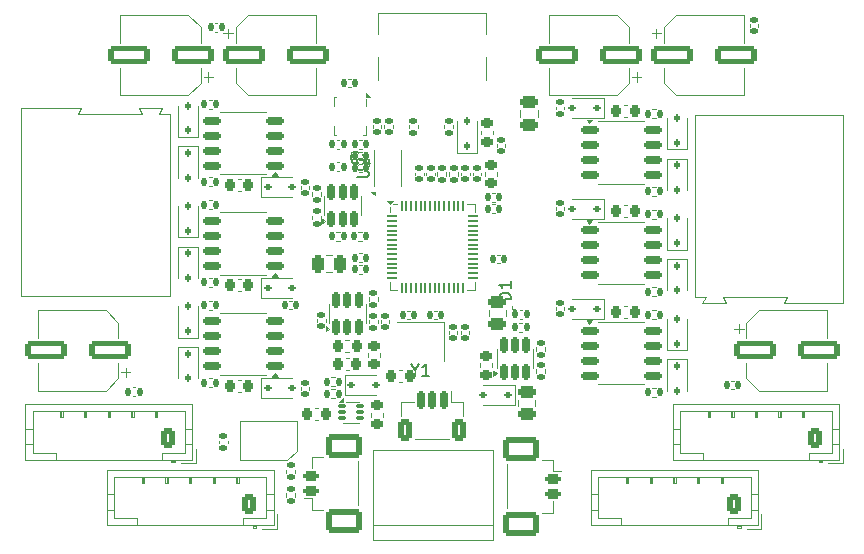
<source format=gbr>
%TF.GenerationSoftware,KiCad,Pcbnew,8.0.2*%
%TF.CreationDate,2024-05-05T14:41:11+02:00*%
%TF.ProjectId,motor_unicorn,6d6f746f-725f-4756-9e69-636f726e2e6b,rev?*%
%TF.SameCoordinates,Original*%
%TF.FileFunction,Legend,Top*%
%TF.FilePolarity,Positive*%
%FSLAX46Y46*%
G04 Gerber Fmt 4.6, Leading zero omitted, Abs format (unit mm)*
G04 Created by KiCad (PCBNEW 8.0.2) date 2024-05-05 14:41:11*
%MOMM*%
%LPD*%
G01*
G04 APERTURE LIST*
G04 Aperture macros list*
%AMRoundRect*
0 Rectangle with rounded corners*
0 $1 Rounding radius*
0 $2 $3 $4 $5 $6 $7 $8 $9 X,Y pos of 4 corners*
0 Add a 4 corners polygon primitive as box body*
4,1,4,$2,$3,$4,$5,$6,$7,$8,$9,$2,$3,0*
0 Add four circle primitives for the rounded corners*
1,1,$1+$1,$2,$3*
1,1,$1+$1,$4,$5*
1,1,$1+$1,$6,$7*
1,1,$1+$1,$8,$9*
0 Add four rect primitives between the rounded corners*
20,1,$1+$1,$2,$3,$4,$5,0*
20,1,$1+$1,$4,$5,$6,$7,0*
20,1,$1+$1,$6,$7,$8,$9,0*
20,1,$1+$1,$8,$9,$2,$3,0*%
G04 Aperture macros list end*
%ADD10C,0.150000*%
%ADD11C,0.120000*%
%ADD12C,0.100000*%
%ADD13R,1.400000X1.200000*%
%ADD14R,0.450000X0.450000*%
%ADD15R,0.300000X0.750000*%
%ADD16R,1.500000X1.300000*%
%ADD17RoundRect,0.140000X0.140000X0.170000X-0.140000X0.170000X-0.140000X-0.170000X0.140000X-0.170000X0*%
%ADD18RoundRect,0.112500X-0.187500X-0.112500X0.187500X-0.112500X0.187500X0.112500X-0.187500X0.112500X0*%
%ADD19RoundRect,0.250000X-0.250000X-0.475000X0.250000X-0.475000X0.250000X0.475000X-0.250000X0.475000X0*%
%ADD20RoundRect,0.250000X-0.475000X0.250000X-0.475000X-0.250000X0.475000X-0.250000X0.475000X0.250000X0*%
%ADD21RoundRect,0.250000X0.475000X-0.250000X0.475000X0.250000X-0.475000X0.250000X-0.475000X-0.250000X0*%
%ADD22C,3.600000*%
%ADD23C,5.600000*%
%ADD24RoundRect,0.250000X-1.500000X-0.550000X1.500000X-0.550000X1.500000X0.550000X-1.500000X0.550000X0*%
%ADD25RoundRect,0.112500X0.112500X-0.187500X0.112500X0.187500X-0.112500X0.187500X-0.112500X-0.187500X0*%
%ADD26RoundRect,0.140000X0.170000X-0.140000X0.170000X0.140000X-0.170000X0.140000X-0.170000X-0.140000X0*%
%ADD27RoundRect,0.112500X-0.112500X0.187500X-0.112500X-0.187500X0.112500X-0.187500X0.112500X0.187500X0*%
%ADD28RoundRect,0.140000X-0.140000X-0.170000X0.140000X-0.170000X0.140000X0.170000X-0.140000X0.170000X0*%
%ADD29RoundRect,0.150000X0.150000X-0.512500X0.150000X0.512500X-0.150000X0.512500X-0.150000X-0.512500X0*%
%ADD30R,0.840000X0.350000*%
%ADD31R,1.600000X2.400000*%
%ADD32RoundRect,0.135000X-0.185000X0.135000X-0.185000X-0.135000X0.185000X-0.135000X0.185000X0.135000X0*%
%ADD33R,0.250000X0.675000*%
%ADD34R,0.675000X0.250000*%
%ADD35RoundRect,0.225000X-0.225000X-0.250000X0.225000X-0.250000X0.225000X0.250000X-0.225000X0.250000X0*%
%ADD36RoundRect,0.140000X-0.170000X0.140000X-0.170000X-0.140000X0.170000X-0.140000X0.170000X0.140000X0*%
%ADD37RoundRect,0.135000X0.135000X0.185000X-0.135000X0.185000X-0.135000X-0.185000X0.135000X-0.185000X0*%
%ADD38RoundRect,0.135000X-0.135000X-0.185000X0.135000X-0.185000X0.135000X0.185000X-0.135000X0.185000X0*%
%ADD39RoundRect,0.112500X0.187500X0.112500X-0.187500X0.112500X-0.187500X-0.112500X0.187500X-0.112500X0*%
%ADD40RoundRect,0.218750X-0.256250X0.218750X-0.256250X-0.218750X0.256250X-0.218750X0.256250X0.218750X0*%
%ADD41C,0.650000*%
%ADD42R,0.300000X1.150000*%
%ADD43O,1.000000X2.100000*%
%ADD44O,1.000000X1.600000*%
%ADD45RoundRect,0.250000X1.500000X0.550000X-1.500000X0.550000X-1.500000X-0.550000X1.500000X-0.550000X0*%
%ADD46RoundRect,0.150000X-0.625000X-0.150000X0.625000X-0.150000X0.625000X0.150000X-0.625000X0.150000X0*%
%ADD47RoundRect,0.218750X-0.218750X-0.256250X0.218750X-0.256250X0.218750X0.256250X-0.218750X0.256250X0*%
%ADD48RoundRect,0.250000X0.350000X0.625000X-0.350000X0.625000X-0.350000X-0.625000X0.350000X-0.625000X0*%
%ADD49O,1.200000X1.750000*%
%ADD50RoundRect,0.200000X-0.450000X0.200000X-0.450000X-0.200000X0.450000X-0.200000X0.450000X0.200000X0*%
%ADD51RoundRect,0.250001X-1.249999X0.799999X-1.249999X-0.799999X1.249999X-0.799999X1.249999X0.799999X0*%
%ADD52RoundRect,0.225000X0.225000X0.250000X-0.225000X0.250000X-0.225000X-0.250000X0.225000X-0.250000X0*%
%ADD53RoundRect,0.085000X-0.265000X-0.085000X0.265000X-0.085000X0.265000X0.085000X-0.265000X0.085000X0*%
%ADD54R,3.960000X1.980000*%
%ADD55O,3.960000X1.980000*%
%ADD56RoundRect,0.150000X0.625000X0.150000X-0.625000X0.150000X-0.625000X-0.150000X0.625000X-0.150000X0*%
%ADD57RoundRect,0.225000X-0.250000X0.225000X-0.250000X-0.225000X0.250000X-0.225000X0.250000X0.225000X0*%
%ADD58RoundRect,0.200000X0.450000X-0.200000X0.450000X0.200000X-0.450000X0.200000X-0.450000X-0.200000X0*%
%ADD59RoundRect,0.250001X1.249999X-0.799999X1.249999X0.799999X-1.249999X0.799999X-1.249999X-0.799999X0*%
%ADD60RoundRect,0.050000X-0.387500X-0.050000X0.387500X-0.050000X0.387500X0.050000X-0.387500X0.050000X0*%
%ADD61RoundRect,0.050000X-0.050000X-0.387500X0.050000X-0.387500X0.050000X0.387500X-0.050000X0.387500X0*%
%ADD62R,3.200000X3.200000*%
%ADD63RoundRect,0.218750X0.256250X-0.218750X0.256250X0.218750X-0.256250X0.218750X-0.256250X-0.218750X0*%
%ADD64RoundRect,0.150000X0.150000X0.625000X-0.150000X0.625000X-0.150000X-0.625000X0.150000X-0.625000X0*%
%ADD65RoundRect,0.250000X0.350000X0.650000X-0.350000X0.650000X-0.350000X-0.650000X0.350000X-0.650000X0*%
%ADD66R,3.000000X3.000000*%
%ADD67C,3.000000*%
G04 APERTURE END LIST*
D10*
X-1476190Y-5428628D02*
X-1476190Y-5904819D01*
X-1809523Y-4904819D02*
X-1476190Y-5428628D01*
X-1476190Y-5428628D02*
X-1142857Y-4904819D01*
X-285714Y-5904819D02*
X-857142Y-5904819D01*
X-571428Y-5904819D02*
X-571428Y-4904819D01*
X-571428Y-4904819D02*
X-666666Y-5047676D01*
X-666666Y-5047676D02*
X-761904Y-5142914D01*
X-761904Y-5142914D02*
X-857142Y-5190533D01*
X6654819Y561905D02*
X5654819Y561905D01*
X5654819Y561905D02*
X5654819Y800000D01*
X5654819Y800000D02*
X5702438Y942857D01*
X5702438Y942857D02*
X5797676Y1038095D01*
X5797676Y1038095D02*
X5892914Y1085714D01*
X5892914Y1085714D02*
X6083390Y1133333D01*
X6083390Y1133333D02*
X6226247Y1133333D01*
X6226247Y1133333D02*
X6416723Y1085714D01*
X6416723Y1085714D02*
X6511961Y1038095D01*
X6511961Y1038095D02*
X6607200Y942857D01*
X6607200Y942857D02*
X6654819Y800000D01*
X6654819Y800000D02*
X6654819Y561905D01*
X6654819Y2085714D02*
X6654819Y1514286D01*
X6654819Y1800000D02*
X5654819Y1800000D01*
X5654819Y1800000D02*
X5797676Y1704762D01*
X5797676Y1704762D02*
X5892914Y1609524D01*
X5892914Y1609524D02*
X5940533Y1514286D01*
X-6395180Y10913095D02*
X-5585657Y10913095D01*
X-5585657Y10913095D02*
X-5490419Y10960714D01*
X-5490419Y10960714D02*
X-5442800Y11008333D01*
X-5442800Y11008333D02*
X-5395180Y11103571D01*
X-5395180Y11103571D02*
X-5395180Y11294047D01*
X-5395180Y11294047D02*
X-5442800Y11389285D01*
X-5442800Y11389285D02*
X-5490419Y11436904D01*
X-5490419Y11436904D02*
X-5585657Y11484523D01*
X-5585657Y11484523D02*
X-6395180Y11484523D01*
X-6299942Y11913095D02*
X-6347561Y11960714D01*
X-6347561Y11960714D02*
X-6395180Y12055952D01*
X-6395180Y12055952D02*
X-6395180Y12294047D01*
X-6395180Y12294047D02*
X-6347561Y12389285D01*
X-6347561Y12389285D02*
X-6299942Y12436904D01*
X-6299942Y12436904D02*
X-6204704Y12484523D01*
X-6204704Y12484523D02*
X-6109466Y12484523D01*
X-6109466Y12484523D02*
X-5966609Y12436904D01*
X-5966609Y12436904D02*
X-5395180Y11865476D01*
X-5395180Y11865476D02*
X-5395180Y12484523D01*
X-6266666Y12180419D02*
X-6314285Y12132800D01*
X-6314285Y12132800D02*
X-6457142Y12085180D01*
X-6457142Y12085180D02*
X-6552380Y12085180D01*
X-6552380Y12085180D02*
X-6695237Y12132800D01*
X-6695237Y12132800D02*
X-6790475Y12228038D01*
X-6790475Y12228038D02*
X-6838094Y12323276D01*
X-6838094Y12323276D02*
X-6885713Y12513752D01*
X-6885713Y12513752D02*
X-6885713Y12656609D01*
X-6885713Y12656609D02*
X-6838094Y12847085D01*
X-6838094Y12847085D02*
X-6790475Y12942323D01*
X-6790475Y12942323D02*
X-6695237Y13037561D01*
X-6695237Y13037561D02*
X-6552380Y13085180D01*
X-6552380Y13085180D02*
X-6457142Y13085180D01*
X-6457142Y13085180D02*
X-6314285Y13037561D01*
X-6314285Y13037561D02*
X-6266666Y12989942D01*
X-5314285Y12085180D02*
X-5885713Y12085180D01*
X-5599999Y12085180D02*
X-5599999Y13085180D01*
X-5599999Y13085180D02*
X-5695237Y12942323D01*
X-5695237Y12942323D02*
X-5790475Y12847085D01*
X-5790475Y12847085D02*
X-5885713Y12799466D01*
D11*
%TO.C,Y1*%
X1000000Y-4650000D02*
X1000000Y-1350000D01*
X1000000Y-1350000D02*
X-3000000Y-1350000D01*
%TO.C,D1*%
X6775000Y-225000D02*
X7025000Y-225000D01*
X6775000Y25000D02*
X6775000Y-225000D01*
%TO.C,U2*%
X-4910000Y10175000D02*
X-4910000Y13175000D01*
X-2690000Y10175000D02*
X-2690000Y13175000D01*
X-4890000Y9385000D02*
X-5170000Y9665000D01*
X-4890000Y9665000D01*
X-4890000Y9385000D01*
G36*
X-4890000Y9385000D02*
G01*
X-5170000Y9665000D01*
X-4890000Y9665000D01*
X-4890000Y9385000D01*
G37*
%TO.C,C1*%
X-5992164Y13340000D02*
X-6207836Y13340000D01*
X-5992164Y14060000D02*
X-6207836Y14060000D01*
%TO.C,D22*%
X-7410000Y-5850000D02*
X-7410000Y-7550000D01*
X-7410000Y-5850000D02*
X-4750000Y-5850000D01*
X-7410000Y-7550000D02*
X-4750000Y-7550000D01*
%TO.C,C47*%
X-9011252Y4335000D02*
X-8488748Y4335000D01*
X-9011252Y2865000D02*
X-8488748Y2865000D01*
%TO.C,C46*%
X8735000Y-7938748D02*
X8735000Y-8461252D01*
X7265000Y-7938748D02*
X7265000Y-8461252D01*
%TO.C,C45*%
X4765000Y-861252D02*
X4765000Y-338748D01*
X6235000Y-861252D02*
X6235000Y-338748D01*
%TO.C,C42*%
X7465000Y16038748D02*
X7465000Y16561252D01*
X8935000Y16038748D02*
X8935000Y16561252D01*
%TO.C,D5*%
X-14505001Y-6100000D02*
X-14505001Y-7800000D01*
X-14505001Y-6100000D02*
X-11845001Y-6100000D01*
X-14505001Y-7800000D02*
X-11845001Y-7800000D01*
%TO.C,C54*%
X18562500Y23097500D02*
X19350000Y23097500D01*
X18956250Y23491250D02*
X18956250Y22703750D01*
X19590000Y23595563D02*
X19590000Y22310000D01*
X19590000Y23595563D02*
X20654437Y24660000D01*
X19590000Y18904437D02*
X19590000Y20190000D01*
X19590000Y18904437D02*
X20654437Y17840000D01*
X20654437Y24660000D02*
X26410000Y24660000D01*
X20654437Y17840000D02*
X26410000Y17840000D01*
X26410000Y24660000D02*
X26410000Y22310000D01*
X26410000Y17840000D02*
X26410000Y20190000D01*
%TO.C,D16*%
X19845000Y-3735000D02*
X19845000Y-1075000D01*
X19845000Y-3735000D02*
X21545000Y-3735000D01*
X21545000Y-3735000D02*
X21545000Y-1075000D01*
%TO.C,C20*%
X3440000Y11092164D02*
X3440000Y11307836D01*
X4160000Y11092164D02*
X4160000Y11307836D01*
%TO.C,D17*%
X19845000Y-4515000D02*
X19845000Y-7175000D01*
X21545000Y-4515000D02*
X19845000Y-4515000D01*
X21545000Y-4515000D02*
X21545000Y-7175000D01*
%TO.C,C19*%
X2440000Y11092164D02*
X2440000Y11307836D01*
X3160000Y11092164D02*
X3160000Y11307836D01*
%TO.C,C30*%
X-8107836Y14060000D02*
X-7892164Y14060000D01*
X-8107836Y13340000D02*
X-7892164Y13340000D01*
%TO.C,C7*%
X7392164Y-340000D02*
X7607836Y-340000D01*
X7392164Y-1060000D02*
X7607836Y-1060000D01*
%TO.C,U31*%
X-8760000Y-600000D02*
X-8760000Y200000D01*
X-8760000Y-600000D02*
X-8760000Y-1400000D01*
X-5640000Y-600000D02*
X-5640000Y200000D01*
X-5640000Y-600000D02*
X-5640000Y-1400000D01*
X-8710000Y-1900000D02*
X-9040000Y-2140000D01*
X-9040000Y-1660000D01*
X-8710000Y-1900000D01*
G36*
X-8710000Y-1900000D02*
G01*
X-9040000Y-2140000D01*
X-9040000Y-1660000D01*
X-8710000Y-1900000D01*
G37*
%TO.C,U9*%
X-16320000Y-9750000D02*
X-11480000Y-9750000D01*
X-16320000Y-13050000D02*
X-16320000Y-9750000D01*
X-12280000Y-13050000D02*
X-16320000Y-13050000D01*
X-11480000Y-9750000D02*
X-11480000Y-12250000D01*
X-11480000Y-12250000D02*
X-12280000Y-13050000D01*
%TO.C,R34*%
X-10180000Y9663641D02*
X-10180000Y9356359D01*
X-9420000Y9663641D02*
X-9420000Y9356359D01*
%TO.C,C28*%
X-18407836Y23960000D02*
X-18192164Y23960000D01*
X-18407836Y23240000D02*
X-18192164Y23240000D01*
%TO.C,C34*%
X10435000Y-332836D02*
X10435000Y-117164D01*
X11155000Y-332836D02*
X11155000Y-117164D01*
D12*
%TO.C,U10*%
X-8350000Y17700000D02*
X-8350000Y16980000D01*
X-8350000Y17700000D02*
X-8130000Y17700000D01*
X-8350000Y14500000D02*
X-8350000Y15220000D01*
X-8130000Y14500000D02*
X-8350000Y14500000D01*
X-5650000Y17500000D02*
X-5650000Y16980000D01*
X-5650000Y15220000D02*
X-5650000Y14500000D01*
X-5650000Y14500000D02*
X-5870000Y14500000D01*
X-5290000Y17700000D02*
X-5650000Y17700000D01*
X-5650000Y18060000D01*
X-5290000Y17700000D01*
G36*
X-5290000Y17700000D02*
G01*
X-5650000Y17700000D01*
X-5650000Y18060000D01*
X-5290000Y17700000D01*
G37*
D11*
%TO.C,C16*%
X5092164Y8610000D02*
X5307836Y8610000D01*
X5092164Y7890000D02*
X5307836Y7890000D01*
%TO.C,R5*%
X410000Y11353641D02*
X410000Y11046359D01*
X1170000Y11353641D02*
X1170000Y11046359D01*
%TO.C,U17*%
X5440000Y-4400000D02*
X5440000Y-3600000D01*
X5440000Y-4400000D02*
X5440000Y-5200000D01*
X8560000Y-4400000D02*
X8560000Y-3600000D01*
X8560000Y-4400000D02*
X8560000Y-5200000D01*
X5490000Y-5700000D02*
X5160000Y-5940000D01*
X5160000Y-5460000D01*
X5490000Y-5700000D01*
G36*
X5490000Y-5700000D02*
G01*
X5160000Y-5940000D01*
X5160000Y-5460000D01*
X5490000Y-5700000D01*
G37*
%TO.C,C15*%
X-5992164Y3460000D02*
X-6207836Y3460000D01*
X-5992164Y2740000D02*
X-6207836Y2740000D01*
%TO.C,C33*%
X16204420Y17035000D02*
X16485580Y17035000D01*
X16204420Y16015000D02*
X16485580Y16015000D01*
%TO.C,C22*%
X-11155000Y-6867164D02*
X-11155000Y-7082836D01*
X-10435000Y-6867164D02*
X-10435000Y-7082836D01*
%TO.C,D3*%
X-21545000Y-3464999D02*
X-21545000Y-6124999D01*
X-19845000Y-3464999D02*
X-21545000Y-3464999D01*
X-19845000Y-3464999D02*
X-19845000Y-6124999D01*
%TO.C,R7*%
X-1980000Y15353641D02*
X-1980000Y15046359D01*
X-1220000Y15353641D02*
X-1220000Y15046359D01*
%TO.C,R29*%
X8795000Y-5356359D02*
X8795000Y-5663641D01*
X9555000Y-5356359D02*
X9555000Y-5663641D01*
%TO.C,D7*%
X-21545000Y13535001D02*
X-21545000Y10875001D01*
X-19845000Y13535001D02*
X-21545000Y13535001D01*
X-19845000Y13535001D02*
X-19845000Y10875001D01*
%TO.C,R4*%
X1420000Y11353641D02*
X1420000Y11046359D01*
X2180000Y11353641D02*
X2180000Y11046359D01*
%TO.C,C31*%
X-7107836Y19260000D02*
X-6892164Y19260000D01*
X-7107836Y18540000D02*
X-6892164Y18540000D01*
%TO.C,U30*%
X-9160000Y8500000D02*
X-9160000Y9300000D01*
X-9160000Y8500000D02*
X-9160000Y7700000D01*
X-6040000Y8500000D02*
X-6040000Y9300000D01*
X-6040000Y8500000D02*
X-6040000Y7700000D01*
X-9110000Y7200000D02*
X-9440000Y6960000D01*
X-9440000Y7440000D01*
X-9110000Y7200000D01*
G36*
X-9110000Y7200000D02*
G01*
X-9440000Y6960000D01*
X-9440000Y7440000D01*
X-9110000Y7200000D01*
G37*
%TO.C,R13*%
X-18641358Y8955000D02*
X-18948640Y8955000D01*
X-18641358Y8195000D02*
X-18948640Y8195000D01*
%TO.C,R20*%
X18641359Y-345000D02*
X18948641Y-345000D01*
X18641359Y-1105000D02*
X18948641Y-1105000D01*
%TO.C,D21*%
X6985000Y-6660000D02*
X4325000Y-6660000D01*
X6985000Y-8360000D02*
X4325000Y-8360000D01*
X6985000Y-8360000D02*
X6985000Y-6660000D01*
%TO.C,L2*%
X4015000Y-4847221D02*
X4015000Y-5172779D01*
X5035000Y-4847221D02*
X5035000Y-5172779D01*
%TO.C,R11*%
X-18641358Y17455000D02*
X-18948640Y17455000D01*
X-18641358Y16695000D02*
X-18948640Y16695000D01*
%TO.C,C37*%
X16204420Y8535000D02*
X16485580Y8535000D01*
X16204420Y7515000D02*
X16485580Y7515000D01*
%TO.C,C10*%
X-5992164Y12060000D02*
X-6207836Y12060000D01*
X-5992164Y11340000D02*
X-6207836Y11340000D01*
%TO.C,D18*%
X14505000Y9100000D02*
X11845000Y9100000D01*
X14505000Y7400000D02*
X11845000Y7400000D01*
X14505000Y7400000D02*
X14505000Y9100000D01*
%TO.C,C13*%
X-5992164Y4460000D02*
X-6207836Y4460000D01*
X-5992164Y3740000D02*
X-6207836Y3740000D01*
%TO.C,D14*%
X19845000Y12485000D02*
X19845000Y9825000D01*
X21545000Y12485000D02*
X19845000Y12485000D01*
X21545000Y12485000D02*
X21545000Y9825000D01*
%TO.C,J2*%
X-4580000Y24785000D02*
X4580000Y24785000D01*
X-4580000Y23080000D02*
X-4580000Y24785000D01*
X-4580000Y21070000D02*
X-4580000Y19150000D01*
X4580000Y24785000D02*
X4580000Y23080000D01*
X4580000Y19150000D02*
X4580000Y21070000D01*
%TO.C,C9*%
X-4360000Y-1407836D02*
X-4360000Y-1192164D01*
X-3640000Y-1407836D02*
X-3640000Y-1192164D01*
%TO.C,R2*%
X-8553641Y-6020000D02*
X-8246359Y-6020000D01*
X-8553641Y-6780000D02*
X-8246359Y-6780000D01*
%TO.C,R6*%
X1020000Y15353641D02*
X1020000Y15046359D01*
X1780000Y15353641D02*
X1780000Y15046359D01*
%TO.C,C3*%
X-1892164Y-390000D02*
X-2107836Y-390000D01*
X-1892164Y-1110000D02*
X-2107836Y-1110000D01*
%TO.C,D15*%
X14505000Y600000D02*
X11845000Y600000D01*
X14505000Y-1100000D02*
X11845000Y-1100000D01*
X14505000Y-1100000D02*
X14505000Y600000D01*
%TO.C,R18*%
X18641359Y16655000D02*
X18948641Y16655000D01*
X18641359Y15895000D02*
X18948641Y15895000D01*
%TO.C,C52*%
X-26410000Y24660000D02*
X-26410000Y22310000D01*
X-26410000Y17840000D02*
X-26410000Y20190000D01*
X-20654437Y24660000D02*
X-26410000Y24660000D01*
X-20654437Y17840000D02*
X-26410000Y17840000D01*
X-19590000Y23595563D02*
X-20654437Y24660000D01*
X-19590000Y23595563D02*
X-19590000Y22310000D01*
X-19590000Y18904437D02*
X-20654437Y17840000D01*
X-19590000Y18904437D02*
X-19590000Y20190000D01*
X-18956250Y19008750D02*
X-18956250Y19796250D01*
X-18562500Y19402500D02*
X-19350000Y19402500D01*
%TO.C,R10*%
X-18641359Y10905001D02*
X-18948641Y10905001D01*
X-18641359Y10145001D02*
X-18948641Y10145001D01*
%TO.C,U12*%
X16000000Y-1365000D02*
X14050000Y-1365000D01*
X16000000Y-1365000D02*
X17950000Y-1365000D01*
X16000000Y-6635000D02*
X14050000Y-6635000D01*
X16000000Y-6635000D02*
X17950000Y-6635000D01*
X13300000Y-1535000D02*
X13060000Y-1205000D01*
X13540000Y-1205000D01*
X13300000Y-1535000D01*
G36*
X13300000Y-1535000D02*
G01*
X13060000Y-1205000D01*
X13540000Y-1205000D01*
X13300000Y-1535000D01*
G37*
%TO.C,L3*%
X-7362779Y-2890000D02*
X-7037221Y-2890000D01*
X-7362779Y-3910000D02*
X-7037221Y-3910000D01*
%TO.C,J8*%
X20340000Y-8290000D02*
X20340000Y-13010000D01*
X20340000Y-10400000D02*
X20950000Y-10400000D01*
X20340000Y-11700000D02*
X20950000Y-11700000D01*
X20340000Y-13010000D02*
X34460000Y-13010000D01*
X20950000Y-8900000D02*
X20950000Y-12400000D01*
X20950000Y-12400000D02*
X22900000Y-12400000D01*
X22900000Y-12400000D02*
X22900000Y-13010000D01*
X23300000Y-9400000D02*
X23300000Y-8900000D01*
X23400000Y-8900000D02*
X23400000Y-9400000D01*
X23500000Y-8900000D02*
X23500000Y-9400000D01*
X23500000Y-9400000D02*
X23300000Y-9400000D01*
X25300000Y-9400000D02*
X25300000Y-8900000D01*
X25400000Y-8900000D02*
X25400000Y-9400000D01*
X25500000Y-8900000D02*
X25500000Y-9400000D01*
X25500000Y-9400000D02*
X25300000Y-9400000D01*
X27300000Y-9400000D02*
X27300000Y-8900000D01*
X27400000Y-8900000D02*
X27400000Y-9400000D01*
X27500000Y-8900000D02*
X27500000Y-9400000D01*
X27500000Y-9400000D02*
X27300000Y-9400000D01*
X29300000Y-9400000D02*
X29300000Y-8900000D01*
X29400000Y-8900000D02*
X29400000Y-9400000D01*
X29500000Y-8900000D02*
X29500000Y-9400000D01*
X29500000Y-9400000D02*
X29300000Y-9400000D01*
X31300000Y-9400000D02*
X31300000Y-8900000D01*
X31400000Y-8900000D02*
X31400000Y-9400000D01*
X31500000Y-8900000D02*
X31500000Y-9400000D01*
X31500000Y-9400000D02*
X31300000Y-9400000D01*
X31900000Y-12400000D02*
X33850000Y-12400000D01*
X31900000Y-13010000D02*
X31900000Y-12400000D01*
X32700000Y-13010000D02*
X32700000Y-13210000D01*
X32700000Y-13110000D02*
X33000000Y-13110000D01*
X32700000Y-13210000D02*
X33000000Y-13210000D01*
X33000000Y-13210000D02*
X33000000Y-13010000D01*
X33510000Y-13310000D02*
X34760000Y-13310000D01*
X33850000Y-8900000D02*
X20950000Y-8900000D01*
X33850000Y-12400000D02*
X33850000Y-8900000D01*
X34460000Y-8290000D02*
X20340000Y-8290000D01*
X34460000Y-10400000D02*
X33850000Y-10400000D01*
X34460000Y-11700000D02*
X33850000Y-11700000D01*
X34460000Y-13010000D02*
X34460000Y-8290000D01*
X34760000Y-13310000D02*
X34760000Y-12060000D01*
%TO.C,R19*%
X18641359Y10105000D02*
X18948641Y10105000D01*
X18641359Y9345000D02*
X18948641Y9345000D01*
%TO.C,C23*%
X-11155000Y10132836D02*
X-11155000Y9917164D01*
X-10435000Y10132836D02*
X-10435000Y9917164D01*
%TO.C,R8*%
X-18641359Y-6094999D02*
X-18948641Y-6094999D01*
X-18641359Y-6854999D02*
X-18948641Y-6854999D01*
%TO.C,C48*%
X-9760000Y-1092164D02*
X-9760000Y-1307836D01*
X-9040000Y-1092164D02*
X-9040000Y-1307836D01*
%TO.C,C38*%
X26890000Y23857836D02*
X26890000Y23642164D01*
X27610000Y23857836D02*
X27610000Y23642164D01*
%TO.C,C36*%
X10435000Y8167164D02*
X10435000Y8382836D01*
X11155000Y8167164D02*
X11155000Y8382836D01*
%TO.C,J3*%
X6290000Y-13385000D02*
X6290000Y-17115000D01*
X9260000Y-13015000D02*
X10210000Y-13015000D01*
X9260000Y-17485000D02*
X10210000Y-17485000D01*
X10210000Y-13015000D02*
X10210000Y-13965000D01*
X10210000Y-13965000D02*
X10900000Y-13965000D01*
X10210000Y-17485000D02*
X10210000Y-16535000D01*
%TO.C,U11*%
X16000000Y15635000D02*
X14050000Y15635000D01*
X16000000Y15635000D02*
X17950000Y15635000D01*
X16000000Y10365000D02*
X14050000Y10365000D01*
X16000000Y10365000D02*
X17950000Y10365000D01*
X13300000Y15465000D02*
X13060000Y15795000D01*
X13540000Y15795000D01*
X13300000Y15465000D01*
G36*
X13300000Y15465000D02*
G01*
X13060000Y15795000D01*
X13540000Y15795000D01*
X13300000Y15465000D01*
G37*
%TO.C,C26*%
X-16204420Y2285000D02*
X-16485580Y2285000D01*
X-16204420Y1265000D02*
X-16485580Y1265000D01*
%TO.C,J9*%
X-27560000Y-13840000D02*
X-27560000Y-18560000D01*
X-27560000Y-15950000D02*
X-26950000Y-15950000D01*
X-27560000Y-17250000D02*
X-26950000Y-17250000D01*
X-27560000Y-18560000D02*
X-13440000Y-18560000D01*
X-26950000Y-14450000D02*
X-26950000Y-17950000D01*
X-26950000Y-17950000D02*
X-25000000Y-17950000D01*
X-25000000Y-17950000D02*
X-25000000Y-18560000D01*
X-24600000Y-14950000D02*
X-24600000Y-14450000D01*
X-24500000Y-14450000D02*
X-24500000Y-14950000D01*
X-24400000Y-14450000D02*
X-24400000Y-14950000D01*
X-24400000Y-14950000D02*
X-24600000Y-14950000D01*
X-22600000Y-14950000D02*
X-22600000Y-14450000D01*
X-22500000Y-14450000D02*
X-22500000Y-14950000D01*
X-22400000Y-14450000D02*
X-22400000Y-14950000D01*
X-22400000Y-14950000D02*
X-22600000Y-14950000D01*
X-20600000Y-14950000D02*
X-20600000Y-14450000D01*
X-20500000Y-14450000D02*
X-20500000Y-14950000D01*
X-20400000Y-14450000D02*
X-20400000Y-14950000D01*
X-20400000Y-14950000D02*
X-20600000Y-14950000D01*
X-18600000Y-14950000D02*
X-18600000Y-14450000D01*
X-18500000Y-14450000D02*
X-18500000Y-14950000D01*
X-18400000Y-14450000D02*
X-18400000Y-14950000D01*
X-18400000Y-14950000D02*
X-18600000Y-14950000D01*
X-16600000Y-14950000D02*
X-16600000Y-14450000D01*
X-16500000Y-14450000D02*
X-16500000Y-14950000D01*
X-16400000Y-14450000D02*
X-16400000Y-14950000D01*
X-16400000Y-14950000D02*
X-16600000Y-14950000D01*
X-16000000Y-17950000D02*
X-14050000Y-17950000D01*
X-16000000Y-18560000D02*
X-16000000Y-17950000D01*
X-15200000Y-18560000D02*
X-15200000Y-18760000D01*
X-15200000Y-18660000D02*
X-14900000Y-18660000D01*
X-15200000Y-18760000D02*
X-14900000Y-18760000D01*
X-14900000Y-18760000D02*
X-14900000Y-18560000D01*
X-14390000Y-18860000D02*
X-13140000Y-18860000D01*
X-14050000Y-14450000D02*
X-26950000Y-14450000D01*
X-14050000Y-17950000D02*
X-14050000Y-14450000D01*
X-13440000Y-13840000D02*
X-27560000Y-13840000D01*
X-13440000Y-15950000D02*
X-14050000Y-15950000D01*
X-13440000Y-17250000D02*
X-14050000Y-17250000D01*
X-13440000Y-18560000D02*
X-13440000Y-13840000D01*
X-13140000Y-18860000D02*
X-13140000Y-17610000D01*
%TO.C,C2*%
X-9659420Y-8590000D02*
X-9940580Y-8590000D01*
X-9659420Y-9610000D02*
X-9940580Y-9610000D01*
%TO.C,U1*%
X-6250000Y-8100000D02*
X-7350000Y-8100000D01*
X-6250000Y-9900000D02*
X-7550000Y-9900000D01*
X-7600000Y-8100000D02*
X-7880000Y-8100000D01*
X-7600000Y-7820000D01*
X-7600000Y-8100000D01*
G36*
X-7600000Y-8100000D02*
G01*
X-7880000Y-8100000D01*
X-7600000Y-7820000D01*
X-7600000Y-8100000D01*
G37*
%TO.C,R33*%
X-10180000Y7653641D02*
X-10180000Y7346359D01*
X-9420000Y7653641D02*
X-9420000Y7346359D01*
%TO.C,D2*%
X2050000Y12990000D02*
X2050000Y15650000D01*
X2050000Y12990000D02*
X3750000Y12990000D01*
X3750000Y12990000D02*
X3750000Y15650000D01*
%TO.C,D9*%
X-14505001Y2400000D02*
X-14505001Y700000D01*
X-14505001Y2400000D02*
X-11845001Y2400000D01*
X-14505001Y700000D02*
X-11845001Y700000D01*
%TO.C,C53*%
X25562500Y-1902500D02*
X26350000Y-1902500D01*
X25956250Y-1508750D02*
X25956250Y-2296250D01*
X26590000Y-1404437D02*
X26590000Y-2690000D01*
X26590000Y-1404437D02*
X27654437Y-340000D01*
X26590000Y-6095563D02*
X26590000Y-4810000D01*
X26590000Y-6095563D02*
X27654437Y-7160000D01*
X27654437Y-340000D02*
X33410000Y-340000D01*
X27654437Y-7160000D02*
X33410000Y-7160000D01*
X33410000Y-340000D02*
X33410000Y-2690000D01*
X33410000Y-7160000D02*
X33410000Y-4810000D01*
%TO.C,R23*%
X18641359Y1605000D02*
X18948641Y1605000D01*
X18641359Y845000D02*
X18948641Y845000D01*
%TO.C,C8*%
X2390000Y-2142164D02*
X2390000Y-2357836D01*
X3110000Y-2142164D02*
X3110000Y-2357836D01*
%TO.C,J5*%
X-34800000Y16750000D02*
X-34800000Y850000D01*
X-34800000Y850000D02*
X-22200000Y850000D01*
X-30000000Y16250000D02*
X-29750000Y16750000D01*
X-29750000Y16750000D02*
X-34800000Y16750000D01*
X-24850000Y16750000D02*
X-24600000Y16250000D01*
X-24600000Y16250000D02*
X-30000000Y16250000D01*
X-23150000Y16250000D02*
X-22850000Y16750000D01*
X-22850000Y16750000D02*
X-24850000Y16750000D01*
X-22200000Y16250000D02*
X-23150000Y16250000D01*
X-22200000Y850000D02*
X-22200000Y16250000D01*
%TO.C,R21*%
X18641359Y-6895000D02*
X18948641Y-6895000D01*
X18641359Y-7655000D02*
X18948641Y-7655000D01*
%TO.C,C6*%
X-2840580Y-5390000D02*
X-2559420Y-5390000D01*
X-2840580Y-6410000D02*
X-2559420Y-6410000D01*
%TO.C,C41*%
X-4060000Y15092164D02*
X-4060000Y15307836D01*
X-3340000Y15092164D02*
X-3340000Y15307836D01*
%TO.C,C25*%
X-12107836Y-260000D02*
X-11892164Y-260000D01*
X-12107836Y460000D02*
X-11892164Y460000D01*
%TO.C,R22*%
X18641359Y8155000D02*
X18948641Y8155000D01*
X18641359Y7395000D02*
X18948641Y7395000D01*
%TO.C,FB1*%
X4490000Y11362779D02*
X4490000Y11037221D01*
X5510000Y11362779D02*
X5510000Y11037221D01*
%TO.C,C14*%
X5492164Y4360000D02*
X5707836Y4360000D01*
X5492164Y3640000D02*
X5707836Y3640000D01*
%TO.C,R9*%
X-18641358Y455000D02*
X-18948640Y455000D01*
X-18641358Y-305000D02*
X-18948640Y-305000D01*
%TO.C,U6*%
X-16000000Y7935000D02*
X-17950000Y7935000D01*
X-16000000Y7935000D02*
X-14050000Y7935000D01*
X-16000000Y2665000D02*
X-17950000Y2665000D01*
X-16000000Y2665000D02*
X-14050000Y2665000D01*
X-13060000Y2505000D02*
X-13540000Y2505000D01*
X-13300000Y2835000D01*
X-13060000Y2505000D01*
G36*
X-13060000Y2505000D02*
G01*
X-13540000Y2505000D01*
X-13300000Y2835000D01*
X-13060000Y2505000D01*
G37*
%TO.C,J7*%
X13440000Y-13840000D02*
X13440000Y-18560000D01*
X13440000Y-15950000D02*
X14050000Y-15950000D01*
X13440000Y-17250000D02*
X14050000Y-17250000D01*
X13440000Y-18560000D02*
X27560000Y-18560000D01*
X14050000Y-14450000D02*
X14050000Y-17950000D01*
X14050000Y-17950000D02*
X16000000Y-17950000D01*
X16000000Y-17950000D02*
X16000000Y-18560000D01*
X16400000Y-14950000D02*
X16400000Y-14450000D01*
X16500000Y-14450000D02*
X16500000Y-14950000D01*
X16600000Y-14450000D02*
X16600000Y-14950000D01*
X16600000Y-14950000D02*
X16400000Y-14950000D01*
X18400000Y-14950000D02*
X18400000Y-14450000D01*
X18500000Y-14450000D02*
X18500000Y-14950000D01*
X18600000Y-14450000D02*
X18600000Y-14950000D01*
X18600000Y-14950000D02*
X18400000Y-14950000D01*
X20400000Y-14950000D02*
X20400000Y-14450000D01*
X20500000Y-14450000D02*
X20500000Y-14950000D01*
X20600000Y-14450000D02*
X20600000Y-14950000D01*
X20600000Y-14950000D02*
X20400000Y-14950000D01*
X22400000Y-14950000D02*
X22400000Y-14450000D01*
X22500000Y-14450000D02*
X22500000Y-14950000D01*
X22600000Y-14450000D02*
X22600000Y-14950000D01*
X22600000Y-14950000D02*
X22400000Y-14950000D01*
X24400000Y-14950000D02*
X24400000Y-14450000D01*
X24500000Y-14450000D02*
X24500000Y-14950000D01*
X24600000Y-14450000D02*
X24600000Y-14950000D01*
X24600000Y-14950000D02*
X24400000Y-14950000D01*
X25000000Y-17950000D02*
X26950000Y-17950000D01*
X25000000Y-18560000D02*
X25000000Y-17950000D01*
X25800000Y-18560000D02*
X25800000Y-18760000D01*
X25800000Y-18660000D02*
X26100000Y-18660000D01*
X25800000Y-18760000D02*
X26100000Y-18760000D01*
X26100000Y-18760000D02*
X26100000Y-18560000D01*
X26610000Y-18860000D02*
X27860000Y-18860000D01*
X26950000Y-14450000D02*
X14050000Y-14450000D01*
X26950000Y-17950000D02*
X26950000Y-14450000D01*
X27560000Y-13840000D02*
X13440000Y-13840000D01*
X27560000Y-15950000D02*
X26950000Y-15950000D01*
X27560000Y-17250000D02*
X26950000Y-17250000D01*
X27560000Y-18560000D02*
X27560000Y-13840000D01*
X27860000Y-18860000D02*
X27860000Y-17610000D01*
%TO.C,C18*%
X5092164Y9560000D02*
X5307836Y9560000D01*
X5092164Y8840000D02*
X5307836Y8840000D01*
%TO.C,C44*%
X4090000Y14840580D02*
X4090000Y14559420D01*
X5110000Y14840580D02*
X5110000Y14559420D01*
%TO.C,C57*%
X-33410000Y-340000D02*
X-33410000Y-2690000D01*
X-33410000Y-7160000D02*
X-33410000Y-4810000D01*
X-27654437Y-340000D02*
X-33410000Y-340000D01*
X-27654437Y-7160000D02*
X-33410000Y-7160000D01*
X-26590000Y-1404437D02*
X-27654437Y-340000D01*
X-26590000Y-1404437D02*
X-26590000Y-2690000D01*
X-26590000Y-6095563D02*
X-27654437Y-7160000D01*
X-26590000Y-6095563D02*
X-26590000Y-4810000D01*
X-25956250Y-5991250D02*
X-25956250Y-5203750D01*
X-25562500Y-5597500D02*
X-26350000Y-5597500D01*
%TO.C,C51*%
X-7892164Y12160000D02*
X-8107836Y12160000D01*
X-7892164Y11440000D02*
X-8107836Y11440000D01*
%TO.C,C32*%
X10435000Y16667164D02*
X10435000Y16882836D01*
X11155000Y16667164D02*
X11155000Y16882836D01*
%TO.C,C29*%
X-18060000Y-11607836D02*
X-18060000Y-11392164D01*
X-17340000Y-11607836D02*
X-17340000Y-11392164D01*
%TO.C,D4*%
X-21545000Y-2685000D02*
X-21545000Y-25000D01*
X-21545000Y-2685000D02*
X-19845000Y-2685000D01*
X-19845000Y-2685000D02*
X-19845000Y-25000D01*
%TO.C,R30*%
X8795000Y-3456359D02*
X8795000Y-3763641D01*
X9555000Y-3456359D02*
X9555000Y-3763641D01*
%TO.C,J6*%
X22200000Y16150000D02*
X22200000Y750000D01*
X22200000Y750000D02*
X23150000Y750000D01*
X22850000Y250000D02*
X24850000Y250000D01*
X23150000Y750000D02*
X22850000Y250000D01*
X24600000Y750000D02*
X30000000Y750000D01*
X24850000Y250000D02*
X24600000Y750000D01*
X29750000Y250000D02*
X34800000Y250000D01*
X30000000Y750000D02*
X29750000Y250000D01*
X34800000Y16150000D02*
X22200000Y16150000D01*
X34800000Y250000D02*
X34800000Y16150000D01*
%TO.C,D8*%
X-21545000Y14315000D02*
X-21545000Y16975000D01*
X-21545000Y14315000D02*
X-19845000Y14315000D01*
X-19845000Y14315000D02*
X-19845000Y16975000D01*
%TO.C,R17*%
X-12380000Y-13846359D02*
X-12380000Y-14153641D01*
X-11620000Y-13846359D02*
X-11620000Y-14153641D01*
%TO.C,C11*%
X-1460000Y11092164D02*
X-1460000Y11307836D01*
X-740000Y11092164D02*
X-740000Y11307836D01*
%TO.C,U13*%
X16000000Y7135000D02*
X14050000Y7135000D01*
X16000000Y7135000D02*
X17950000Y7135000D01*
X16000000Y1865000D02*
X14050000Y1865000D01*
X16000000Y1865000D02*
X17950000Y1865000D01*
X13300000Y6965000D02*
X13060000Y7295000D01*
X13540000Y7295000D01*
X13300000Y6965000D01*
G36*
X13300000Y6965000D02*
G01*
X13060000Y7295000D01*
X13540000Y7295000D01*
X13300000Y6965000D01*
G37*
%TO.C,J4*%
X-10210000Y-12765000D02*
X-10210000Y-13715000D01*
X-10210000Y-16285000D02*
X-10900000Y-16285000D01*
X-10210000Y-17235000D02*
X-10210000Y-16285000D01*
X-9260000Y-12765000D02*
X-10210000Y-12765000D01*
X-9260000Y-17235000D02*
X-10210000Y-17235000D01*
X-6290000Y-16865000D02*
X-6290000Y-13135000D01*
%TO.C,D11*%
X-21545000Y5815000D02*
X-21545000Y8475000D01*
X-21545000Y5815000D02*
X-19845000Y5815000D01*
X-19845000Y5815000D02*
X-19845000Y8475000D01*
%TO.C,C43*%
X5440000Y13707836D02*
X5440000Y13492164D01*
X6160000Y13707836D02*
X6160000Y13492164D01*
%TO.C,C50*%
X-7059420Y-4390000D02*
X-7340580Y-4390000D01*
X-7059420Y-5410000D02*
X-7340580Y-5410000D01*
%TO.C,R28*%
X7321359Y-1430000D02*
X7628641Y-1430000D01*
X7321359Y-2190000D02*
X7628641Y-2190000D01*
%TO.C,D20*%
X19845000Y3985000D02*
X19845000Y1325000D01*
X21545000Y3985000D02*
X19845000Y3985000D01*
X21545000Y3985000D02*
X21545000Y1325000D01*
%TO.C,U3*%
X-3610000Y7960000D02*
X-3610000Y8370000D01*
X-3610000Y1390000D02*
X-3610000Y2040000D01*
X-2960000Y8610000D02*
X-3310000Y8610000D01*
X-2960000Y1390000D02*
X-3610000Y1390000D01*
X2960000Y8610000D02*
X3610000Y8610000D01*
X2960000Y1390000D02*
X3610000Y1390000D01*
X3610000Y8610000D02*
X3610000Y7960000D01*
X3610000Y1390000D02*
X3610000Y2040000D01*
X-3610000Y8610000D02*
X-3850000Y8940000D01*
X-3370000Y8940000D01*
X-3610000Y8610000D01*
G36*
X-3610000Y8610000D02*
G01*
X-3850000Y8940000D01*
X-3370000Y8940000D01*
X-3610000Y8610000D01*
G37*
%TO.C,R27*%
X-5946359Y6280000D02*
X-6253641Y6280000D01*
X-5946359Y5520000D02*
X-6253641Y5520000D01*
%TO.C,L1*%
X-4190000Y-9362779D02*
X-4190000Y-9037221D01*
X-5210000Y-9362779D02*
X-5210000Y-9037221D01*
%TO.C,C4*%
X-5992164Y13060000D02*
X-6207836Y13060000D01*
X-5992164Y12340000D02*
X-6207836Y12340000D01*
%TO.C,C39*%
X25292164Y-6340000D02*
X25507836Y-6340000D01*
X25292164Y-7060000D02*
X25507836Y-7060000D01*
%TO.C,C17*%
X1390000Y-2142164D02*
X1390000Y-2357836D01*
X2110000Y-2142164D02*
X2110000Y-2357836D01*
%TO.C,R32*%
X-5380000Y753641D02*
X-5380000Y446359D01*
X-4620000Y753641D02*
X-4620000Y446359D01*
%TO.C,D6*%
X-14505001Y10900000D02*
X-14505001Y9200000D01*
X-14505001Y10900000D02*
X-11845001Y10900000D01*
X-14505001Y9200000D02*
X-11845001Y9200000D01*
%TO.C,C55*%
X9840000Y24660000D02*
X9840000Y22310000D01*
X9840000Y17840000D02*
X9840000Y20190000D01*
X15595563Y24660000D02*
X9840000Y24660000D01*
X15595563Y17840000D02*
X9840000Y17840000D01*
X16660000Y23595563D02*
X15595563Y24660000D01*
X16660000Y23595563D02*
X16660000Y22310000D01*
X16660000Y18904437D02*
X15595563Y17840000D01*
X16660000Y18904437D02*
X16660000Y20190000D01*
X17293750Y19008750D02*
X17293750Y19796250D01*
X17687500Y19402500D02*
X16900000Y19402500D01*
%TO.C,D12*%
X14505000Y17600000D02*
X11845000Y17600000D01*
X14505000Y15900000D02*
X11845000Y15900000D01*
X14505000Y15900000D02*
X14505000Y17600000D01*
%TO.C,C40*%
X-5060000Y15092164D02*
X-5060000Y15307836D01*
X-4340000Y15092164D02*
X-4340000Y15307836D01*
%TO.C,R16*%
X-12380000Y-15846359D02*
X-12380000Y-16153641D01*
X-11620000Y-15846359D02*
X-11620000Y-16153641D01*
%TO.C,C21*%
X-16204420Y-6215000D02*
X-16485580Y-6215000D01*
X-16204420Y-7235000D02*
X-16485580Y-7235000D01*
%TO.C,C56*%
X-17687500Y23097500D02*
X-16900000Y23097500D01*
X-17293750Y23491250D02*
X-17293750Y22703750D01*
X-16660000Y23595563D02*
X-16660000Y22310000D01*
X-16660000Y23595563D02*
X-15595563Y24660000D01*
X-16660000Y18904437D02*
X-16660000Y20190000D01*
X-16660000Y18904437D02*
X-15595563Y17840000D01*
X-15595563Y24660000D02*
X-9840000Y24660000D01*
X-15595563Y17840000D02*
X-9840000Y17840000D01*
X-9840000Y24660000D02*
X-9840000Y22310000D01*
X-9840000Y17840000D02*
X-9840000Y20190000D01*
%TO.C,D19*%
X19845000Y4765000D02*
X19845000Y7425000D01*
X19845000Y4765000D02*
X21545000Y4765000D01*
X21545000Y4765000D02*
X21545000Y7425000D01*
%TO.C,C5*%
X142164Y-390000D02*
X357836Y-390000D01*
X142164Y-1110000D02*
X357836Y-1110000D01*
%TO.C,U4*%
X-16000000Y-565000D02*
X-17950000Y-565000D01*
X-16000000Y-565000D02*
X-14050000Y-565000D01*
X-16000000Y-5835000D02*
X-17950000Y-5835000D01*
X-16000000Y-5835000D02*
X-14050000Y-5835000D01*
X-13060000Y-5995000D02*
X-13540000Y-5995000D01*
X-13300000Y-5665000D01*
X-13060000Y-5995000D01*
G36*
X-13060000Y-5995000D02*
G01*
X-13540000Y-5995000D01*
X-13300000Y-5665000D01*
X-13060000Y-5995000D01*
G37*
%TO.C,R12*%
X-18641359Y2405001D02*
X-18948641Y2405001D01*
X-18641359Y1645001D02*
X-18948641Y1645001D01*
%TO.C,C24*%
X-16204420Y10785000D02*
X-16485580Y10785000D01*
X-16204420Y9765000D02*
X-16485580Y9765000D01*
%TO.C,C35*%
X16204420Y35000D02*
X16485580Y35000D01*
X16204420Y-985000D02*
X16485580Y-985000D01*
%TO.C,U5*%
X-16000000Y16435000D02*
X-17950000Y16435000D01*
X-16000000Y16435000D02*
X-14050000Y16435000D01*
X-16000000Y11165000D02*
X-17950000Y11165000D01*
X-16000000Y11165000D02*
X-14050000Y11165000D01*
X-13060000Y11005000D02*
X-13540000Y11005000D01*
X-13300000Y11335000D01*
X-13060000Y11005000D01*
G36*
X-13060000Y11005000D02*
G01*
X-13540000Y11005000D01*
X-13300000Y11335000D01*
X-13060000Y11005000D01*
G37*
%TO.C,J1*%
X-2610000Y-8140000D02*
X-1560000Y-8140000D01*
X-2610000Y-9290000D02*
X-2610000Y-8140000D01*
X1440000Y-11260000D02*
X-1440000Y-11260000D01*
X1560000Y-8140000D02*
X1560000Y-7150000D01*
X2610000Y-8140000D02*
X1560000Y-8140000D01*
X2610000Y-9290000D02*
X2610000Y-8140000D01*
%TO.C,R31*%
X-5380000Y-1156359D02*
X-5380000Y-1463641D01*
X-4620000Y-1156359D02*
X-4620000Y-1463641D01*
%TO.C,C49*%
X-5460000Y-4009420D02*
X-5460000Y-4290580D01*
X-4440000Y-4009420D02*
X-4440000Y-4290580D01*
%TO.C,C12*%
X-510000Y11092164D02*
X-510000Y11307836D01*
X210000Y11092164D02*
X210000Y11307836D01*
%TO.C,D10*%
X-21545000Y5035001D02*
X-21545000Y2375001D01*
X-19845000Y5035001D02*
X-21545000Y5035001D01*
X-19845000Y5035001D02*
X-19845000Y2375001D01*
%TO.C,D13*%
X19845000Y13265000D02*
X19845000Y15925000D01*
X19845000Y13265000D02*
X21545000Y13265000D01*
X21545000Y13265000D02*
X21545000Y15925000D01*
%TO.C,R1*%
X-8246359Y-7020000D02*
X-8553641Y-7020000D01*
X-8246359Y-7780000D02*
X-8553641Y-7780000D01*
%TO.C,C27*%
X-25162164Y-6890000D02*
X-25377836Y-6890000D01*
X-25162164Y-7610000D02*
X-25377836Y-7610000D01*
%TO.C,J11*%
X-5044000Y-12190000D02*
X-5044000Y-19810000D01*
X-5044000Y-19810000D02*
X5116000Y-19810000D01*
X5116000Y-12190000D02*
X-5044000Y-12190000D01*
X5116000Y-18540000D02*
X-5044000Y-18540000D01*
X5116000Y-19810000D02*
X5116000Y-12190000D01*
%TO.C,R26*%
X-8153641Y6280000D02*
X-7846359Y6280000D01*
X-8153641Y5520000D02*
X-7846359Y5520000D01*
%TO.C,J10*%
X-34460000Y-8290000D02*
X-34460000Y-13010000D01*
X-34460000Y-10400000D02*
X-33850000Y-10400000D01*
X-34460000Y-11700000D02*
X-33850000Y-11700000D01*
X-34460000Y-13010000D02*
X-20340000Y-13010000D01*
X-33850000Y-8900000D02*
X-33850000Y-12400000D01*
X-33850000Y-12400000D02*
X-31900000Y-12400000D01*
X-31900000Y-12400000D02*
X-31900000Y-13010000D01*
X-31500000Y-9400000D02*
X-31500000Y-8900000D01*
X-31400000Y-8900000D02*
X-31400000Y-9400000D01*
X-31300000Y-8900000D02*
X-31300000Y-9400000D01*
X-31300000Y-9400000D02*
X-31500000Y-9400000D01*
X-29500000Y-9400000D02*
X-29500000Y-8900000D01*
X-29400000Y-8900000D02*
X-29400000Y-9400000D01*
X-29300000Y-8900000D02*
X-29300000Y-9400000D01*
X-29300000Y-9400000D02*
X-29500000Y-9400000D01*
X-27500000Y-9400000D02*
X-27500000Y-8900000D01*
X-27400000Y-8900000D02*
X-27400000Y-9400000D01*
X-27300000Y-8900000D02*
X-27300000Y-9400000D01*
X-27300000Y-9400000D02*
X-27500000Y-9400000D01*
X-25500000Y-9400000D02*
X-25500000Y-8900000D01*
X-25400000Y-8900000D02*
X-25400000Y-9400000D01*
X-25300000Y-8900000D02*
X-25300000Y-9400000D01*
X-25300000Y-9400000D02*
X-25500000Y-9400000D01*
X-23500000Y-9400000D02*
X-23500000Y-8900000D01*
X-23400000Y-8900000D02*
X-23400000Y-9400000D01*
X-23300000Y-8900000D02*
X-23300000Y-9400000D01*
X-23300000Y-9400000D02*
X-23500000Y-9400000D01*
X-22900000Y-12400000D02*
X-20950000Y-12400000D01*
X-22900000Y-13010000D02*
X-22900000Y-12400000D01*
X-22100000Y-13010000D02*
X-22100000Y-13210000D01*
X-22100000Y-13110000D02*
X-21800000Y-13110000D01*
X-22100000Y-13210000D02*
X-21800000Y-13210000D01*
X-21800000Y-13210000D02*
X-21800000Y-13010000D01*
X-21290000Y-13310000D02*
X-20040000Y-13310000D01*
X-20950000Y-8900000D02*
X-33850000Y-8900000D01*
X-20950000Y-12400000D02*
X-20950000Y-8900000D01*
X-20340000Y-8290000D02*
X-34460000Y-8290000D01*
X-20340000Y-10400000D02*
X-20950000Y-10400000D01*
X-20340000Y-11700000D02*
X-20950000Y-11700000D01*
X-20340000Y-13010000D02*
X-20340000Y-8290000D01*
X-20040000Y-13310000D02*
X-20040000Y-12060000D01*
%TD*%
%LPC*%
D13*
%TO.C,Y1*%
X100000Y-2150000D03*
X-2100000Y-2150000D03*
X-2100000Y-3850000D03*
X100000Y-3850000D03*
%TD*%
D14*
%TO.C,D1*%
X7075000Y75000D03*
X7925000Y75000D03*
X7925000Y925000D03*
X7075000Y925000D03*
%TD*%
D15*
%TO.C,U2*%
X-4550000Y10225000D03*
X-4050000Y10225000D03*
X-3550000Y10225000D03*
X-3050000Y10225000D03*
X-3050000Y13125000D03*
X-3550000Y13125000D03*
X-4050000Y13125000D03*
X-4550000Y13125000D03*
D16*
X-3800000Y11675000D03*
%TD*%
D17*
%TO.C,C1*%
X-5620000Y13700000D03*
X-6580000Y13700000D03*
%TD*%
D18*
%TO.C,D22*%
X-6850000Y-6700000D03*
X-4750000Y-6700000D03*
%TD*%
D19*
%TO.C,C47*%
X-9700000Y3600000D03*
X-7800000Y3600000D03*
%TD*%
D20*
%TO.C,C46*%
X8000000Y-7250000D03*
X8000000Y-9150000D03*
%TD*%
D21*
%TO.C,C45*%
X5500000Y-1550000D03*
X5500000Y350000D03*
%TD*%
%TO.C,C42*%
X8200000Y15350000D03*
X8200000Y17250000D03*
%TD*%
D22*
%TO.C,H1*%
X-31500000Y-16500000D03*
D23*
X-31500000Y-16500000D03*
%TD*%
D18*
%TO.C,D5*%
X-13945001Y-6950000D03*
X-11845001Y-6950000D03*
%TD*%
D24*
%TO.C,C54*%
X20300000Y21250000D03*
X25700000Y21250000D03*
%TD*%
D25*
%TO.C,D16*%
X20695000Y-3175000D03*
X20695000Y-1075000D03*
%TD*%
D26*
%TO.C,C20*%
X3800000Y10720000D03*
X3800000Y11680000D03*
%TD*%
D27*
%TO.C,D17*%
X20695000Y-5075000D03*
X20695000Y-7175000D03*
%TD*%
D26*
%TO.C,C19*%
X2800000Y10720000D03*
X2800000Y11680000D03*
%TD*%
D28*
%TO.C,C30*%
X-8480000Y13700000D03*
X-7520000Y13700000D03*
%TD*%
D22*
%TO.C,H4*%
X-31500000Y21500000D03*
D23*
X-31500000Y21500000D03*
%TD*%
D28*
%TO.C,C7*%
X7020000Y-700000D03*
X7980000Y-700000D03*
%TD*%
D29*
%TO.C,U31*%
X-8150000Y-1737500D03*
X-7200000Y-1737500D03*
X-6250000Y-1737500D03*
X-6250000Y537500D03*
X-7200000Y537500D03*
X-8150000Y537500D03*
%TD*%
D30*
%TO.C,U9*%
X-12400000Y-12375000D03*
X-12400000Y-11725000D03*
X-12400000Y-11075000D03*
X-12400000Y-10425000D03*
X-15400000Y-10425000D03*
X-15400000Y-11075000D03*
X-15400000Y-11725000D03*
X-15400000Y-12375000D03*
D31*
X-13900000Y-11400000D03*
%TD*%
D32*
%TO.C,R34*%
X-9800000Y10020000D03*
X-9800000Y9000000D03*
%TD*%
D28*
%TO.C,C28*%
X-18780000Y23600000D03*
X-17820000Y23600000D03*
%TD*%
D26*
%TO.C,C34*%
X10795000Y-705000D03*
X10795000Y255000D03*
%TD*%
D33*
%TO.C,U10*%
X-6250000Y17362500D03*
X-6750000Y17362500D03*
X-7250000Y17362500D03*
X-7750000Y17362500D03*
D34*
X-8012500Y16600000D03*
X-8012500Y16100000D03*
X-8012500Y15600000D03*
D33*
X-7750000Y14837500D03*
X-7250000Y14837500D03*
X-6750000Y14837500D03*
X-6250000Y14837500D03*
D34*
X-5987500Y15600000D03*
X-5987500Y16100000D03*
X-5987500Y16600000D03*
%TD*%
D28*
%TO.C,C16*%
X4720000Y8250000D03*
X5680000Y8250000D03*
%TD*%
D32*
%TO.C,R5*%
X790000Y11710000D03*
X790000Y10690000D03*
%TD*%
D29*
%TO.C,U17*%
X6050000Y-5537500D03*
X7000000Y-5537500D03*
X7950000Y-5537500D03*
X7950000Y-3262500D03*
X7000000Y-3262500D03*
X6050000Y-3262500D03*
%TD*%
D17*
%TO.C,C15*%
X-5620000Y3100000D03*
X-6580000Y3100000D03*
%TD*%
D35*
%TO.C,C33*%
X15570000Y16525000D03*
X17120000Y16525000D03*
%TD*%
D36*
%TO.C,C22*%
X-10795000Y-6495000D03*
X-10795000Y-7455000D03*
%TD*%
D27*
%TO.C,D3*%
X-20695000Y-4024999D03*
X-20695000Y-6124999D03*
%TD*%
D32*
%TO.C,R7*%
X-1600000Y15710000D03*
X-1600000Y14690000D03*
%TD*%
%TO.C,R29*%
X9175000Y-5000000D03*
X9175000Y-6020000D03*
%TD*%
D27*
%TO.C,D7*%
X-20695000Y12975001D03*
X-20695000Y10875001D03*
%TD*%
D32*
%TO.C,R4*%
X1800000Y11710000D03*
X1800000Y10690000D03*
%TD*%
D28*
%TO.C,C31*%
X-7480000Y18900000D03*
X-6520000Y18900000D03*
%TD*%
D29*
%TO.C,U30*%
X-8550000Y7362500D03*
X-7600000Y7362500D03*
X-6650000Y7362500D03*
X-6650000Y9637500D03*
X-7600000Y9637500D03*
X-8550000Y9637500D03*
%TD*%
D37*
%TO.C,R13*%
X-18284999Y8575000D03*
X-19304999Y8575000D03*
%TD*%
D38*
%TO.C,R20*%
X18285000Y-725000D03*
X19305000Y-725000D03*
%TD*%
D39*
%TO.C,D21*%
X6425000Y-7510000D03*
X4325000Y-7510000D03*
%TD*%
D40*
%TO.C,L2*%
X4525000Y-4222500D03*
X4525000Y-5797500D03*
%TD*%
D37*
%TO.C,R11*%
X-18284999Y17075000D03*
X-19304999Y17075000D03*
%TD*%
D35*
%TO.C,C37*%
X15570000Y8025000D03*
X17120000Y8025000D03*
%TD*%
D17*
%TO.C,C10*%
X-5620000Y11700000D03*
X-6580000Y11700000D03*
%TD*%
D39*
%TO.C,D18*%
X13945000Y8250000D03*
X11845000Y8250000D03*
%TD*%
D17*
%TO.C,C13*%
X-5620000Y4100000D03*
X-6580000Y4100000D03*
%TD*%
D27*
%TO.C,D14*%
X20695000Y11925000D03*
X20695000Y9825000D03*
%TD*%
D41*
%TO.C,J2*%
X2890000Y18395000D03*
X-2890000Y18395000D03*
D42*
X3350000Y17330000D03*
X2550000Y17330000D03*
X1250000Y17330000D03*
X250000Y17330000D03*
X-250000Y17330000D03*
X-1250000Y17330000D03*
X-2550000Y17330000D03*
X-3350000Y17330000D03*
X-3050000Y17330000D03*
X-2250000Y17330000D03*
X-1750000Y17330000D03*
X-750000Y17330000D03*
X750000Y17330000D03*
X1750000Y17330000D03*
X2250000Y17330000D03*
X3050000Y17330000D03*
D43*
X4320000Y17895000D03*
D44*
X4320000Y22075000D03*
D43*
X-4320000Y17895000D03*
D44*
X-4320000Y22075000D03*
%TD*%
D26*
%TO.C,C9*%
X-4000000Y-1780000D03*
X-4000000Y-820000D03*
%TD*%
D38*
%TO.C,R2*%
X-8910000Y-6400000D03*
X-7890000Y-6400000D03*
%TD*%
D32*
%TO.C,R6*%
X1400000Y15710000D03*
X1400000Y14690000D03*
%TD*%
D17*
%TO.C,C3*%
X-1520000Y-750000D03*
X-2480000Y-750000D03*
%TD*%
D39*
%TO.C,D15*%
X13945000Y-250000D03*
X11845000Y-250000D03*
%TD*%
D38*
%TO.C,R18*%
X18285000Y16275000D03*
X19305000Y16275000D03*
%TD*%
D45*
%TO.C,C52*%
X-20300000Y21250000D03*
X-25700000Y21250000D03*
%TD*%
D22*
%TO.C,H3*%
X31500000Y21500000D03*
D23*
X31500000Y21500000D03*
%TD*%
D37*
%TO.C,R10*%
X-18285000Y10525001D03*
X-19305000Y10525001D03*
%TD*%
D46*
%TO.C,U12*%
X13325000Y-2095000D03*
X13325000Y-3365000D03*
X13325000Y-4635000D03*
X13325000Y-5905000D03*
X18675000Y-5905000D03*
X18675000Y-4635000D03*
X18675000Y-3365000D03*
X18675000Y-2095000D03*
%TD*%
D47*
%TO.C,L3*%
X-7987500Y-3400000D03*
X-6412500Y-3400000D03*
%TD*%
D48*
%TO.C,J8*%
X32400000Y-11200000D03*
D49*
X30400000Y-11200000D03*
X28400000Y-11200000D03*
X26400000Y-11200000D03*
X24400000Y-11200000D03*
X22400000Y-11200000D03*
%TD*%
D38*
%TO.C,R19*%
X18285000Y9725000D03*
X19305000Y9725000D03*
%TD*%
D36*
%TO.C,C23*%
X-10795000Y10505000D03*
X-10795000Y9545000D03*
%TD*%
D37*
%TO.C,R8*%
X-18285000Y-6474999D03*
X-19305000Y-6474999D03*
%TD*%
D36*
%TO.C,C48*%
X-9400000Y-720000D03*
X-9400000Y-1680000D03*
%TD*%
%TO.C,C38*%
X27250000Y24230000D03*
X27250000Y23270000D03*
%TD*%
D26*
%TO.C,C36*%
X10795000Y7795000D03*
X10795000Y8755000D03*
%TD*%
D50*
%TO.C,J3*%
X10250000Y-14625000D03*
X10250000Y-15875000D03*
D51*
X7500000Y-12075000D03*
X7500000Y-18425000D03*
%TD*%
D46*
%TO.C,U11*%
X13325000Y14905000D03*
X13325000Y13635000D03*
X13325000Y12365000D03*
X13325000Y11095000D03*
X18675000Y11095000D03*
X18675000Y12365000D03*
X18675000Y13635000D03*
X18675000Y14905000D03*
%TD*%
D52*
%TO.C,C26*%
X-15570000Y1775000D03*
X-17120000Y1775000D03*
%TD*%
D48*
%TO.C,J9*%
X-15500000Y-16750000D03*
D49*
X-17500000Y-16750000D03*
X-19500000Y-16750000D03*
X-21500000Y-16750000D03*
X-23500000Y-16750000D03*
X-25500000Y-16750000D03*
%TD*%
D52*
%TO.C,C2*%
X-9025000Y-9100000D03*
X-10575000Y-9100000D03*
%TD*%
D53*
%TO.C,U1*%
X-7650000Y-8500000D03*
X-7650000Y-9000000D03*
X-7650000Y-9500000D03*
X-6150000Y-9500000D03*
X-6150000Y-9000000D03*
X-6150000Y-8500000D03*
%TD*%
D32*
%TO.C,R33*%
X-9800000Y8010000D03*
X-9800000Y6990000D03*
%TD*%
D25*
%TO.C,D2*%
X2900000Y13550000D03*
X2900000Y15650000D03*
%TD*%
D18*
%TO.C,D9*%
X-13945001Y1550000D03*
X-11845001Y1550000D03*
%TD*%
D24*
%TO.C,C53*%
X27300000Y-3750000D03*
X32700000Y-3750000D03*
%TD*%
D38*
%TO.C,R23*%
X18285000Y1225000D03*
X19305000Y1225000D03*
%TD*%
D36*
%TO.C,C8*%
X2750000Y-1770000D03*
X2750000Y-2730000D03*
%TD*%
D54*
%TO.C,J5*%
X-28500000Y3500000D03*
D55*
X-28500000Y8500000D03*
X-28500000Y13500000D03*
%TD*%
D38*
%TO.C,R21*%
X18285000Y-7275000D03*
X19305000Y-7275000D03*
%TD*%
D35*
%TO.C,C6*%
X-3475000Y-5900000D03*
X-1925000Y-5900000D03*
%TD*%
D26*
%TO.C,C41*%
X-3700000Y14720000D03*
X-3700000Y15680000D03*
%TD*%
D28*
%TO.C,C25*%
X-12480000Y100000D03*
X-11520000Y100000D03*
%TD*%
D38*
%TO.C,R22*%
X18285000Y7775000D03*
X19305000Y7775000D03*
%TD*%
D40*
%TO.C,FB1*%
X5000000Y11987500D03*
X5000000Y10412500D03*
%TD*%
D28*
%TO.C,C14*%
X5120000Y4000000D03*
X6080000Y4000000D03*
%TD*%
D37*
%TO.C,R9*%
X-18284999Y75000D03*
X-19304999Y75000D03*
%TD*%
D56*
%TO.C,U6*%
X-13325000Y3395000D03*
X-13325000Y4665000D03*
X-13325000Y5935000D03*
X-13325000Y7205000D03*
X-18675000Y7205000D03*
X-18675000Y5935000D03*
X-18675000Y4665000D03*
X-18675000Y3395000D03*
%TD*%
D48*
%TO.C,J7*%
X25500000Y-16750000D03*
D49*
X23500000Y-16750000D03*
X21500000Y-16750000D03*
X19500000Y-16750000D03*
X17500000Y-16750000D03*
X15500000Y-16750000D03*
%TD*%
D28*
%TO.C,C18*%
X4720000Y9200000D03*
X5680000Y9200000D03*
%TD*%
D57*
%TO.C,C44*%
X4600000Y15475000D03*
X4600000Y13925000D03*
%TD*%
D45*
%TO.C,C57*%
X-27300000Y-3750000D03*
X-32700000Y-3750000D03*
%TD*%
D17*
%TO.C,C51*%
X-7520000Y11800000D03*
X-8480000Y11800000D03*
%TD*%
D26*
%TO.C,C32*%
X10795000Y16295000D03*
X10795000Y17255000D03*
%TD*%
%TO.C,C29*%
X-17700000Y-11980000D03*
X-17700000Y-11020000D03*
%TD*%
D25*
%TO.C,D4*%
X-20695000Y-2125000D03*
X-20695000Y-25000D03*
%TD*%
D32*
%TO.C,R30*%
X9175000Y-3100000D03*
X9175000Y-4120000D03*
%TD*%
D54*
%TO.C,J6*%
X28500000Y13500000D03*
D55*
X28500000Y8500000D03*
X28500000Y3500000D03*
%TD*%
D22*
%TO.C,H2*%
X31500000Y-16500000D03*
D23*
X31500000Y-16500000D03*
%TD*%
D25*
%TO.C,D8*%
X-20695000Y14875000D03*
X-20695000Y16975000D03*
%TD*%
D32*
%TO.C,R17*%
X-12000000Y-13490000D03*
X-12000000Y-14510000D03*
%TD*%
D26*
%TO.C,C11*%
X-1100000Y10720000D03*
X-1100000Y11680000D03*
%TD*%
D46*
%TO.C,U13*%
X13325000Y6405000D03*
X13325000Y5135000D03*
X13325000Y3865000D03*
X13325000Y2595000D03*
X18675000Y2595000D03*
X18675000Y3865000D03*
X18675000Y5135000D03*
X18675000Y6405000D03*
%TD*%
D58*
%TO.C,J4*%
X-10250000Y-15625000D03*
X-10250000Y-14375000D03*
D59*
X-7500000Y-18175000D03*
X-7500000Y-11825000D03*
%TD*%
D25*
%TO.C,D11*%
X-20695000Y6375000D03*
X-20695000Y8475000D03*
%TD*%
D36*
%TO.C,C43*%
X5800000Y14080000D03*
X5800000Y13120000D03*
%TD*%
D52*
%TO.C,C50*%
X-6425000Y-4900000D03*
X-7975000Y-4900000D03*
%TD*%
D38*
%TO.C,R28*%
X6965000Y-1810000D03*
X7985000Y-1810000D03*
%TD*%
D27*
%TO.C,D20*%
X20695000Y3425000D03*
X20695000Y1325000D03*
%TD*%
D60*
%TO.C,U3*%
X-3437500Y7600000D03*
X-3437500Y7200000D03*
X-3437500Y6800000D03*
X-3437500Y6400000D03*
X-3437500Y6000000D03*
X-3437500Y5600000D03*
X-3437500Y5200000D03*
X-3437500Y4800000D03*
X-3437500Y4400000D03*
X-3437500Y4000000D03*
X-3437500Y3600000D03*
X-3437500Y3200000D03*
X-3437500Y2800000D03*
X-3437500Y2400000D03*
D61*
X-2600000Y1562500D03*
X-2200000Y1562500D03*
X-1800000Y1562500D03*
X-1400000Y1562500D03*
X-1000000Y1562500D03*
X-600000Y1562500D03*
X-200000Y1562500D03*
X200000Y1562500D03*
X600000Y1562500D03*
X1000000Y1562500D03*
X1400000Y1562500D03*
X1800000Y1562500D03*
X2200000Y1562500D03*
X2600000Y1562500D03*
D60*
X3437500Y2400000D03*
X3437500Y2800000D03*
X3437500Y3200000D03*
X3437500Y3600000D03*
X3437500Y4000000D03*
X3437500Y4400000D03*
X3437500Y4800000D03*
X3437500Y5200000D03*
X3437500Y5600000D03*
X3437500Y6000000D03*
X3437500Y6400000D03*
X3437500Y6800000D03*
X3437500Y7200000D03*
X3437500Y7600000D03*
D61*
X2600000Y8437500D03*
X2200000Y8437500D03*
X1800000Y8437500D03*
X1400000Y8437500D03*
X1000000Y8437500D03*
X600000Y8437500D03*
X200000Y8437500D03*
X-200000Y8437500D03*
X-600000Y8437500D03*
X-1000000Y8437500D03*
X-1400000Y8437500D03*
X-1800000Y8437500D03*
X-2200000Y8437500D03*
X-2600000Y8437500D03*
D62*
X0Y5000000D03*
%TD*%
D37*
%TO.C,R27*%
X-5590000Y5900000D03*
X-6610000Y5900000D03*
%TD*%
D63*
%TO.C,L1*%
X-4700000Y-8412500D03*
X-4700000Y-9987500D03*
%TD*%
D17*
%TO.C,C4*%
X-5620000Y12700000D03*
X-6580000Y12700000D03*
%TD*%
D28*
%TO.C,C39*%
X24920000Y-6700000D03*
X25880000Y-6700000D03*
%TD*%
D36*
%TO.C,C17*%
X1750000Y-1770000D03*
X1750000Y-2730000D03*
%TD*%
D32*
%TO.C,R32*%
X-5000000Y1110000D03*
X-5000000Y90000D03*
%TD*%
D18*
%TO.C,D6*%
X-13945001Y10050000D03*
X-11845001Y10050000D03*
%TD*%
D45*
%TO.C,C55*%
X15950000Y21250000D03*
X10550000Y21250000D03*
%TD*%
D39*
%TO.C,D12*%
X13945000Y16750000D03*
X11845000Y16750000D03*
%TD*%
D26*
%TO.C,C40*%
X-4700000Y14720000D03*
X-4700000Y15680000D03*
%TD*%
D32*
%TO.C,R16*%
X-12000000Y-15490000D03*
X-12000000Y-16510000D03*
%TD*%
D52*
%TO.C,C21*%
X-15570000Y-6725000D03*
X-17120000Y-6725000D03*
%TD*%
D24*
%TO.C,C56*%
X-15950000Y21250000D03*
X-10550000Y21250000D03*
%TD*%
D25*
%TO.C,D19*%
X20695000Y5325000D03*
X20695000Y7425000D03*
%TD*%
D28*
%TO.C,C5*%
X-230000Y-750000D03*
X730000Y-750000D03*
%TD*%
D56*
%TO.C,U4*%
X-13325000Y-5105000D03*
X-13325000Y-3835000D03*
X-13325000Y-2565000D03*
X-13325000Y-1295000D03*
X-18675000Y-1295000D03*
X-18675000Y-2565000D03*
X-18675000Y-3835000D03*
X-18675000Y-5105000D03*
%TD*%
D37*
%TO.C,R12*%
X-18285000Y2025001D03*
X-19305000Y2025001D03*
%TD*%
D52*
%TO.C,C24*%
X-15570000Y10275000D03*
X-17120000Y10275000D03*
%TD*%
D35*
%TO.C,C35*%
X15570000Y-475000D03*
X17120000Y-475000D03*
%TD*%
D56*
%TO.C,U5*%
X-13325000Y11895000D03*
X-13325000Y13165000D03*
X-13325000Y14435000D03*
X-13325000Y15705000D03*
X-18675000Y15705000D03*
X-18675000Y14435000D03*
X-18675000Y13165000D03*
X-18675000Y11895000D03*
%TD*%
D64*
%TO.C,J1*%
X1000000Y-7925000D03*
X0Y-7925000D03*
X-1000000Y-7925000D03*
D65*
X2300000Y-10450000D03*
X-2300000Y-10450000D03*
%TD*%
D32*
%TO.C,R31*%
X-5000000Y-800000D03*
X-5000000Y-1820000D03*
%TD*%
D57*
%TO.C,C49*%
X-4950000Y-3375000D03*
X-4950000Y-4925000D03*
%TD*%
D26*
%TO.C,C12*%
X-150000Y10720000D03*
X-150000Y11680000D03*
%TD*%
D27*
%TO.C,D10*%
X-20695000Y4475001D03*
X-20695000Y2375001D03*
%TD*%
D25*
%TO.C,D13*%
X20695000Y13825000D03*
X20695000Y15925000D03*
%TD*%
D37*
%TO.C,R1*%
X-7890000Y-7400000D03*
X-8910000Y-7400000D03*
%TD*%
D17*
%TO.C,C27*%
X-24790000Y-7250000D03*
X-25750000Y-7250000D03*
%TD*%
D66*
%TO.C,J11*%
X-2504000Y-16000000D03*
D67*
X2576000Y-16000000D03*
%TD*%
D38*
%TO.C,R26*%
X-8510000Y5900000D03*
X-7490000Y5900000D03*
%TD*%
D48*
%TO.C,J10*%
X-22400000Y-11200000D03*
D49*
X-24400000Y-11200000D03*
X-26400000Y-11200000D03*
X-28400000Y-11200000D03*
X-30400000Y-11200000D03*
X-32400000Y-11200000D03*
%TD*%
%LPD*%
M02*

</source>
